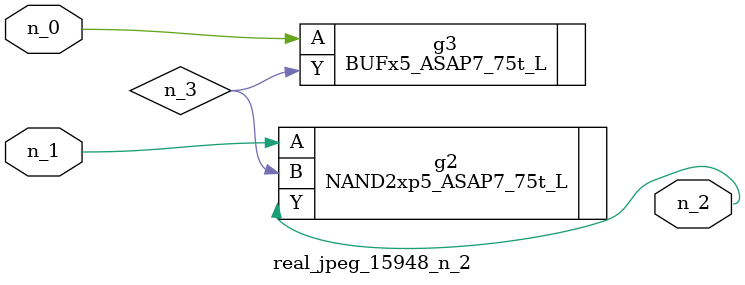
<source format=v>
module real_jpeg_15948_n_2 (n_1, n_0, n_2);

input n_1;
input n_0;

output n_2;

wire n_3;

BUFx5_ASAP7_75t_L g3 ( 
.A(n_0),
.Y(n_3)
);

NAND2xp5_ASAP7_75t_L g2 ( 
.A(n_1),
.B(n_3),
.Y(n_2)
);


endmodule
</source>
